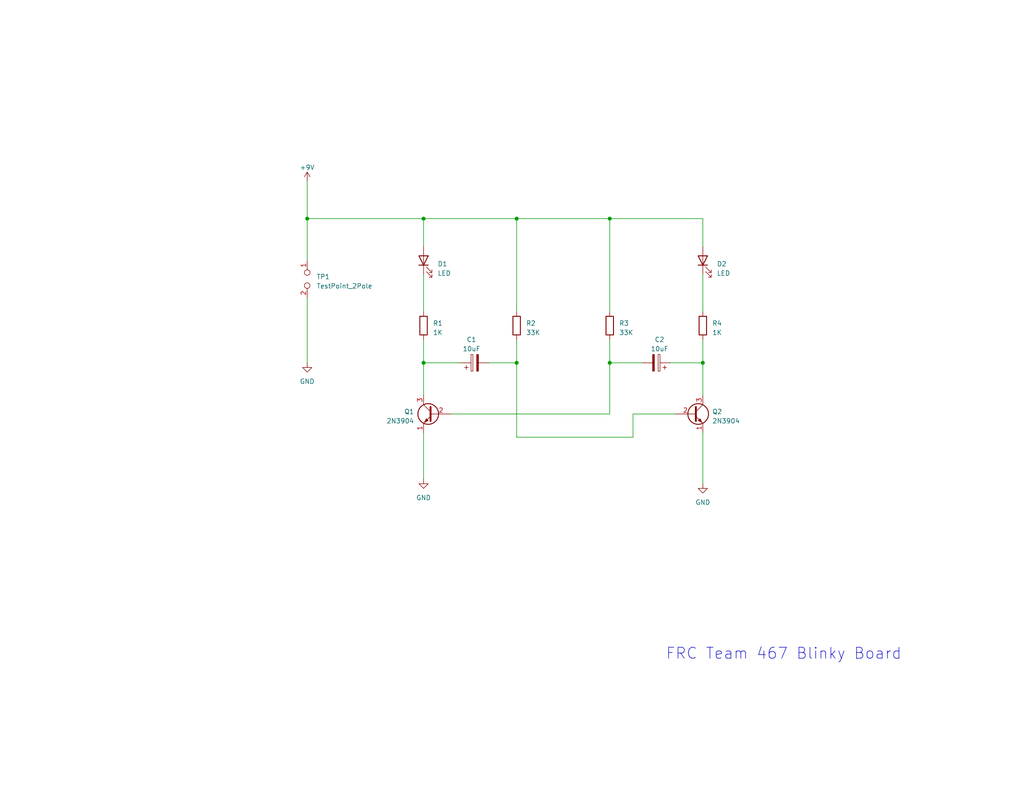
<source format=kicad_sch>
(kicad_sch (version 20230121) (generator eeschema)

  (uuid 4b5b4b1e-05ef-48b5-b607-411da07aa797)

  (paper "A")

  (title_block
    (title "467 Blinky Board")
    (date "2023-06-07")
    (rev "A1")
    (company "FRC Team 467")
  )

  (lib_symbols
    (symbol "Connector:TestPoint_2Pole" (pin_names (offset 0.762) hide) (in_bom yes) (on_board yes)
      (property "Reference" "TP" (at 0 1.524 0)
        (effects (font (size 1.27 1.27)))
      )
      (property "Value" "TestPoint_2Pole" (at 0 -1.778 0)
        (effects (font (size 1.27 1.27)))
      )
      (property "Footprint" "" (at 0 0 0)
        (effects (font (size 1.27 1.27)) hide)
      )
      (property "Datasheet" "~" (at 0 0 0)
        (effects (font (size 1.27 1.27)) hide)
      )
      (property "ki_keywords" "point tp" (at 0 0 0)
        (effects (font (size 1.27 1.27)) hide)
      )
      (property "ki_description" "2-polar test point" (at 0 0 0)
        (effects (font (size 1.27 1.27)) hide)
      )
      (property "ki_fp_filters" "Pin* Test*" (at 0 0 0)
        (effects (font (size 1.27 1.27)) hide)
      )
      (symbol "TestPoint_2Pole_0_1"
        (circle (center -1.778 0) (radius 0.762)
          (stroke (width 0) (type default))
          (fill (type none))
        )
        (circle (center 1.778 0) (radius 0.762)
          (stroke (width 0) (type default))
          (fill (type none))
        )
        (pin passive line (at -5.08 0 0) (length 2.54)
          (name "1" (effects (font (size 1.27 1.27))))
          (number "1" (effects (font (size 1.27 1.27))))
        )
        (pin passive line (at 5.08 0 180) (length 2.54)
          (name "2" (effects (font (size 1.27 1.27))))
          (number "2" (effects (font (size 1.27 1.27))))
        )
      )
    )
    (symbol "Device:C_Polarized" (pin_numbers hide) (pin_names (offset 0.254)) (in_bom yes) (on_board yes)
      (property "Reference" "C" (at 0.635 2.54 0)
        (effects (font (size 1.27 1.27)) (justify left))
      )
      (property "Value" "C_Polarized" (at 0.635 -2.54 0)
        (effects (font (size 1.27 1.27)) (justify left))
      )
      (property "Footprint" "" (at 0.9652 -3.81 0)
        (effects (font (size 1.27 1.27)) hide)
      )
      (property "Datasheet" "~" (at 0 0 0)
        (effects (font (size 1.27 1.27)) hide)
      )
      (property "ki_keywords" "cap capacitor" (at 0 0 0)
        (effects (font (size 1.27 1.27)) hide)
      )
      (property "ki_description" "Polarized capacitor" (at 0 0 0)
        (effects (font (size 1.27 1.27)) hide)
      )
      (property "ki_fp_filters" "CP_*" (at 0 0 0)
        (effects (font (size 1.27 1.27)) hide)
      )
      (symbol "C_Polarized_0_1"
        (rectangle (start -2.286 0.508) (end 2.286 1.016)
          (stroke (width 0) (type default))
          (fill (type none))
        )
        (polyline
          (pts
            (xy -1.778 2.286)
            (xy -0.762 2.286)
          )
          (stroke (width 0) (type default))
          (fill (type none))
        )
        (polyline
          (pts
            (xy -1.27 2.794)
            (xy -1.27 1.778)
          )
          (stroke (width 0) (type default))
          (fill (type none))
        )
        (rectangle (start 2.286 -0.508) (end -2.286 -1.016)
          (stroke (width 0) (type default))
          (fill (type outline))
        )
      )
      (symbol "C_Polarized_1_1"
        (pin passive line (at 0 3.81 270) (length 2.794)
          (name "~" (effects (font (size 1.27 1.27))))
          (number "1" (effects (font (size 1.27 1.27))))
        )
        (pin passive line (at 0 -3.81 90) (length 2.794)
          (name "~" (effects (font (size 1.27 1.27))))
          (number "2" (effects (font (size 1.27 1.27))))
        )
      )
    )
    (symbol "Device:LED" (pin_numbers hide) (pin_names (offset 1.016) hide) (in_bom yes) (on_board yes)
      (property "Reference" "D" (at 0 2.54 0)
        (effects (font (size 1.27 1.27)))
      )
      (property "Value" "LED" (at 0 -2.54 0)
        (effects (font (size 1.27 1.27)))
      )
      (property "Footprint" "" (at 0 0 0)
        (effects (font (size 1.27 1.27)) hide)
      )
      (property "Datasheet" "~" (at 0 0 0)
        (effects (font (size 1.27 1.27)) hide)
      )
      (property "ki_keywords" "LED diode" (at 0 0 0)
        (effects (font (size 1.27 1.27)) hide)
      )
      (property "ki_description" "Light emitting diode" (at 0 0 0)
        (effects (font (size 1.27 1.27)) hide)
      )
      (property "ki_fp_filters" "LED* LED_SMD:* LED_THT:*" (at 0 0 0)
        (effects (font (size 1.27 1.27)) hide)
      )
      (symbol "LED_0_1"
        (polyline
          (pts
            (xy -1.27 -1.27)
            (xy -1.27 1.27)
          )
          (stroke (width 0.254) (type default))
          (fill (type none))
        )
        (polyline
          (pts
            (xy -1.27 0)
            (xy 1.27 0)
          )
          (stroke (width 0) (type default))
          (fill (type none))
        )
        (polyline
          (pts
            (xy 1.27 -1.27)
            (xy 1.27 1.27)
            (xy -1.27 0)
            (xy 1.27 -1.27)
          )
          (stroke (width 0.254) (type default))
          (fill (type none))
        )
        (polyline
          (pts
            (xy -3.048 -0.762)
            (xy -4.572 -2.286)
            (xy -3.81 -2.286)
            (xy -4.572 -2.286)
            (xy -4.572 -1.524)
          )
          (stroke (width 0) (type default))
          (fill (type none))
        )
        (polyline
          (pts
            (xy -1.778 -0.762)
            (xy -3.302 -2.286)
            (xy -2.54 -2.286)
            (xy -3.302 -2.286)
            (xy -3.302 -1.524)
          )
          (stroke (width 0) (type default))
          (fill (type none))
        )
      )
      (symbol "LED_1_1"
        (pin passive line (at -3.81 0 0) (length 2.54)
          (name "K" (effects (font (size 1.27 1.27))))
          (number "1" (effects (font (size 1.27 1.27))))
        )
        (pin passive line (at 3.81 0 180) (length 2.54)
          (name "A" (effects (font (size 1.27 1.27))))
          (number "2" (effects (font (size 1.27 1.27))))
        )
      )
    )
    (symbol "Device:R" (pin_numbers hide) (pin_names (offset 0)) (in_bom yes) (on_board yes)
      (property "Reference" "R" (at 2.032 0 90)
        (effects (font (size 1.27 1.27)))
      )
      (property "Value" "R" (at 0 0 90)
        (effects (font (size 1.27 1.27)))
      )
      (property "Footprint" "" (at -1.778 0 90)
        (effects (font (size 1.27 1.27)) hide)
      )
      (property "Datasheet" "~" (at 0 0 0)
        (effects (font (size 1.27 1.27)) hide)
      )
      (property "ki_keywords" "R res resistor" (at 0 0 0)
        (effects (font (size 1.27 1.27)) hide)
      )
      (property "ki_description" "Resistor" (at 0 0 0)
        (effects (font (size 1.27 1.27)) hide)
      )
      (property "ki_fp_filters" "R_*" (at 0 0 0)
        (effects (font (size 1.27 1.27)) hide)
      )
      (symbol "R_0_1"
        (rectangle (start -1.016 -2.54) (end 1.016 2.54)
          (stroke (width 0.254) (type default))
          (fill (type none))
        )
      )
      (symbol "R_1_1"
        (pin passive line (at 0 3.81 270) (length 1.27)
          (name "~" (effects (font (size 1.27 1.27))))
          (number "1" (effects (font (size 1.27 1.27))))
        )
        (pin passive line (at 0 -3.81 90) (length 1.27)
          (name "~" (effects (font (size 1.27 1.27))))
          (number "2" (effects (font (size 1.27 1.27))))
        )
      )
    )
    (symbol "Transistor_BJT:2N3904" (pin_names (offset 0) hide) (in_bom yes) (on_board yes)
      (property "Reference" "Q" (at 5.08 1.905 0)
        (effects (font (size 1.27 1.27)) (justify left))
      )
      (property "Value" "2N3904" (at 5.08 0 0)
        (effects (font (size 1.27 1.27)) (justify left))
      )
      (property "Footprint" "Package_TO_SOT_THT:TO-92_Inline" (at 5.08 -1.905 0)
        (effects (font (size 1.27 1.27) italic) (justify left) hide)
      )
      (property "Datasheet" "https://www.onsemi.com/pub/Collateral/2N3903-D.PDF" (at 0 0 0)
        (effects (font (size 1.27 1.27)) (justify left) hide)
      )
      (property "ki_keywords" "NPN Transistor" (at 0 0 0)
        (effects (font (size 1.27 1.27)) hide)
      )
      (property "ki_description" "0.2A Ic, 40V Vce, Small Signal NPN Transistor, TO-92" (at 0 0 0)
        (effects (font (size 1.27 1.27)) hide)
      )
      (property "ki_fp_filters" "TO?92*" (at 0 0 0)
        (effects (font (size 1.27 1.27)) hide)
      )
      (symbol "2N3904_0_1"
        (polyline
          (pts
            (xy 0.635 0.635)
            (xy 2.54 2.54)
          )
          (stroke (width 0) (type default))
          (fill (type none))
        )
        (polyline
          (pts
            (xy 0.635 -0.635)
            (xy 2.54 -2.54)
            (xy 2.54 -2.54)
          )
          (stroke (width 0) (type default))
          (fill (type none))
        )
        (polyline
          (pts
            (xy 0.635 1.905)
            (xy 0.635 -1.905)
            (xy 0.635 -1.905)
          )
          (stroke (width 0.508) (type default))
          (fill (type none))
        )
        (polyline
          (pts
            (xy 1.27 -1.778)
            (xy 1.778 -1.27)
            (xy 2.286 -2.286)
            (xy 1.27 -1.778)
            (xy 1.27 -1.778)
          )
          (stroke (width 0) (type default))
          (fill (type outline))
        )
        (circle (center 1.27 0) (radius 2.8194)
          (stroke (width 0.254) (type default))
          (fill (type none))
        )
      )
      (symbol "2N3904_1_1"
        (pin passive line (at 2.54 -5.08 90) (length 2.54)
          (name "E" (effects (font (size 1.27 1.27))))
          (number "1" (effects (font (size 1.27 1.27))))
        )
        (pin passive line (at -5.08 0 0) (length 5.715)
          (name "B" (effects (font (size 1.27 1.27))))
          (number "2" (effects (font (size 1.27 1.27))))
        )
        (pin passive line (at 2.54 5.08 270) (length 2.54)
          (name "C" (effects (font (size 1.27 1.27))))
          (number "3" (effects (font (size 1.27 1.27))))
        )
      )
    )
    (symbol "power:+9V" (power) (pin_names (offset 0)) (in_bom yes) (on_board yes)
      (property "Reference" "#PWR" (at 0 -3.81 0)
        (effects (font (size 1.27 1.27)) hide)
      )
      (property "Value" "+9V" (at 0 3.556 0)
        (effects (font (size 1.27 1.27)))
      )
      (property "Footprint" "" (at 0 0 0)
        (effects (font (size 1.27 1.27)) hide)
      )
      (property "Datasheet" "" (at 0 0 0)
        (effects (font (size 1.27 1.27)) hide)
      )
      (property "ki_keywords" "global power" (at 0 0 0)
        (effects (font (size 1.27 1.27)) hide)
      )
      (property "ki_description" "Power symbol creates a global label with name \"+9V\"" (at 0 0 0)
        (effects (font (size 1.27 1.27)) hide)
      )
      (symbol "+9V_0_1"
        (polyline
          (pts
            (xy -0.762 1.27)
            (xy 0 2.54)
          )
          (stroke (width 0) (type default))
          (fill (type none))
        )
        (polyline
          (pts
            (xy 0 0)
            (xy 0 2.54)
          )
          (stroke (width 0) (type default))
          (fill (type none))
        )
        (polyline
          (pts
            (xy 0 2.54)
            (xy 0.762 1.27)
          )
          (stroke (width 0) (type default))
          (fill (type none))
        )
      )
      (symbol "+9V_1_1"
        (pin power_in line (at 0 0 90) (length 0) hide
          (name "+9V" (effects (font (size 1.27 1.27))))
          (number "1" (effects (font (size 1.27 1.27))))
        )
      )
    )
    (symbol "power:GND" (power) (pin_names (offset 0)) (in_bom yes) (on_board yes)
      (property "Reference" "#PWR" (at 0 -6.35 0)
        (effects (font (size 1.27 1.27)) hide)
      )
      (property "Value" "GND" (at 0 -3.81 0)
        (effects (font (size 1.27 1.27)))
      )
      (property "Footprint" "" (at 0 0 0)
        (effects (font (size 1.27 1.27)) hide)
      )
      (property "Datasheet" "" (at 0 0 0)
        (effects (font (size 1.27 1.27)) hide)
      )
      (property "ki_keywords" "global power" (at 0 0 0)
        (effects (font (size 1.27 1.27)) hide)
      )
      (property "ki_description" "Power symbol creates a global label with name \"GND\" , ground" (at 0 0 0)
        (effects (font (size 1.27 1.27)) hide)
      )
      (symbol "GND_0_1"
        (polyline
          (pts
            (xy 0 0)
            (xy 0 -1.27)
            (xy 1.27 -1.27)
            (xy 0 -2.54)
            (xy -1.27 -1.27)
            (xy 0 -1.27)
          )
          (stroke (width 0) (type default))
          (fill (type none))
        )
      )
      (symbol "GND_1_1"
        (pin power_in line (at 0 0 270) (length 0) hide
          (name "GND" (effects (font (size 1.27 1.27))))
          (number "1" (effects (font (size 1.27 1.27))))
        )
      )
    )
  )

  (junction (at 83.82 59.69) (diameter 0) (color 0 0 0 0)
    (uuid 17b17587-a32b-4266-8deb-4d110a1acf9d)
  )
  (junction (at 115.57 59.69) (diameter 0) (color 0 0 0 0)
    (uuid 6bb5fa66-6235-4f6a-9431-c7608d02195c)
  )
  (junction (at 140.97 59.69) (diameter 0) (color 0 0 0 0)
    (uuid 9743ce92-44f1-4403-afaf-e76cf515b508)
  )
  (junction (at 115.57 99.06) (diameter 0) (color 0 0 0 0)
    (uuid a0cdc62d-e511-4d65-8cea-5f7df1ab1ed8)
  )
  (junction (at 140.97 99.06) (diameter 0) (color 0 0 0 0)
    (uuid b6ed0b74-a869-4e8f-a278-408bec8276a1)
  )
  (junction (at 191.77 99.06) (diameter 0) (color 0 0 0 0)
    (uuid b7e0d737-f2ed-4983-a7c8-dcffb1f52a53)
  )
  (junction (at 166.37 99.06) (diameter 0) (color 0 0 0 0)
    (uuid c89dfc8c-b69b-4f51-b852-962f17aa3cfc)
  )
  (junction (at 166.37 59.69) (diameter 0) (color 0 0 0 0)
    (uuid eee5d7ef-a099-487d-bf94-86dbab08bc56)
  )

  (wire (pts (xy 115.57 118.11) (xy 115.57 130.81))
    (stroke (width 0) (type default))
    (uuid 042e7bd4-dbff-4fd9-b52b-10b3321743e0)
  )
  (wire (pts (xy 191.77 118.11) (xy 191.77 132.08))
    (stroke (width 0) (type default))
    (uuid 0c05dd20-e2a8-4f13-8a25-740601f544e4)
  )
  (wire (pts (xy 166.37 113.03) (xy 166.37 99.06))
    (stroke (width 0) (type default))
    (uuid 0dcc7c1e-4bac-43e1-a196-1441400c3e5e)
  )
  (wire (pts (xy 172.72 119.38) (xy 140.97 119.38))
    (stroke (width 0) (type default))
    (uuid 0fd3260b-34c0-4af0-b1ad-64b98950637e)
  )
  (wire (pts (xy 140.97 92.71) (xy 140.97 99.06))
    (stroke (width 0) (type default))
    (uuid 1d0aace8-798d-41b4-9262-10006632bdc0)
  )
  (wire (pts (xy 166.37 85.09) (xy 166.37 59.69))
    (stroke (width 0) (type default))
    (uuid 1ecbf9d6-aee4-4894-9afb-019a3826db86)
  )
  (wire (pts (xy 166.37 59.69) (xy 140.97 59.69))
    (stroke (width 0) (type default))
    (uuid 227ed2d3-6bc2-498c-bbd0-c85300f0ecc8)
  )
  (wire (pts (xy 140.97 99.06) (xy 133.35 99.06))
    (stroke (width 0) (type default))
    (uuid 2407d835-feda-4065-b738-385d66e9c1a6)
  )
  (wire (pts (xy 191.77 67.31) (xy 191.77 59.69))
    (stroke (width 0) (type default))
    (uuid 2efa20f0-bc70-479b-a88e-c6c2b6af57eb)
  )
  (wire (pts (xy 166.37 99.06) (xy 175.26 99.06))
    (stroke (width 0) (type default))
    (uuid 405094dc-b7f8-460b-98b0-97e0f3394ba6)
  )
  (wire (pts (xy 83.82 59.69) (xy 83.82 71.12))
    (stroke (width 0) (type default))
    (uuid 42e3634b-140e-4594-b70e-a25fd7feed05)
  )
  (wire (pts (xy 83.82 59.69) (xy 115.57 59.69))
    (stroke (width 0) (type default))
    (uuid 4d1fa0a4-26d5-4ced-b55b-46ac43540bed)
  )
  (wire (pts (xy 182.88 99.06) (xy 191.77 99.06))
    (stroke (width 0) (type default))
    (uuid 567befd4-4fa8-4fd7-8696-1292621a6823)
  )
  (wire (pts (xy 140.97 59.69) (xy 140.97 85.09))
    (stroke (width 0) (type default))
    (uuid 5f56b778-8e6c-4117-af4e-4fb925b53260)
  )
  (wire (pts (xy 172.72 113.03) (xy 172.72 119.38))
    (stroke (width 0) (type default))
    (uuid 5f7f8a8f-6fc6-466d-b2c4-3c3861ced470)
  )
  (wire (pts (xy 115.57 99.06) (xy 125.73 99.06))
    (stroke (width 0) (type default))
    (uuid 6479768d-73de-4d63-9cf2-8c26d67d91b1)
  )
  (wire (pts (xy 115.57 67.31) (xy 115.57 59.69))
    (stroke (width 0) (type default))
    (uuid 750ba949-ef06-429b-af45-85055c7059b6)
  )
  (wire (pts (xy 115.57 92.71) (xy 115.57 99.06))
    (stroke (width 0) (type default))
    (uuid 819192f0-7c5a-48cf-bacb-125d2f598dc8)
  )
  (wire (pts (xy 184.15 113.03) (xy 172.72 113.03))
    (stroke (width 0) (type default))
    (uuid 866beefc-2b73-421f-81ff-58909689db38)
  )
  (wire (pts (xy 166.37 92.71) (xy 166.37 99.06))
    (stroke (width 0) (type default))
    (uuid 9f7eb86e-e20a-4314-b1bc-a1f7c35db3d8)
  )
  (wire (pts (xy 191.77 99.06) (xy 191.77 92.71))
    (stroke (width 0) (type default))
    (uuid a27872c5-2192-4965-93f5-dfd758fcaecb)
  )
  (wire (pts (xy 115.57 59.69) (xy 140.97 59.69))
    (stroke (width 0) (type default))
    (uuid acabd6e1-7ac5-4901-b24d-c9905fd9ca5d)
  )
  (wire (pts (xy 115.57 74.93) (xy 115.57 85.09))
    (stroke (width 0) (type default))
    (uuid af587703-71df-4d44-99bf-669088fb3c83)
  )
  (wire (pts (xy 191.77 59.69) (xy 166.37 59.69))
    (stroke (width 0) (type default))
    (uuid bd6cd299-c4d4-4d8c-8f80-fa4dd254c2ef)
  )
  (wire (pts (xy 115.57 99.06) (xy 115.57 107.95))
    (stroke (width 0) (type default))
    (uuid c08c1a9a-2482-46cf-a917-89ea8144813e)
  )
  (wire (pts (xy 140.97 119.38) (xy 140.97 99.06))
    (stroke (width 0) (type default))
    (uuid e00a8b92-31f1-405d-8e0a-9026cf2d92d9)
  )
  (wire (pts (xy 191.77 99.06) (xy 191.77 107.95))
    (stroke (width 0) (type default))
    (uuid ea1ccac6-7b95-4a8c-9f6b-0b8d58900976)
  )
  (wire (pts (xy 83.82 81.28) (xy 83.82 99.06))
    (stroke (width 0) (type default))
    (uuid eddca32d-4e3d-46bd-8e90-a6e25afb8a4e)
  )
  (wire (pts (xy 191.77 74.93) (xy 191.77 85.09))
    (stroke (width 0) (type default))
    (uuid f1db3a79-8f2d-4635-aa69-ba8d799c7918)
  )
  (wire (pts (xy 123.19 113.03) (xy 166.37 113.03))
    (stroke (width 0) (type default))
    (uuid ff2123a4-e530-40a2-a382-bd8326a10f71)
  )
  (wire (pts (xy 83.82 49.53) (xy 83.82 59.69))
    (stroke (width 0) (type default))
    (uuid ff70fb36-695d-4479-9df8-009b1b35d05d)
  )

  (text "FRC Team 467 Blinky Board" (at 181.61 180.34 0)
    (effects (font (size 3 3)) (justify left bottom))
    (uuid 653b8ce7-e704-4929-95f6-b13475a4a509)
  )

  (symbol (lib_id "Connector:TestPoint_2Pole") (at 83.82 76.2 270) (unit 1)
    (in_bom yes) (on_board yes) (dnp no) (fields_autoplaced)
    (uuid 0b9cfb96-824d-4730-9f8c-1fa8027c3b0f)
    (property "Reference" "TP1" (at 86.36 75.565 90)
      (effects (font (size 1.27 1.27)) (justify left))
    )
    (property "Value" "TestPoint_2Pole" (at 86.36 78.105 90)
      (effects (font (size 1.27 1.27)) (justify left))
    )
    (property "Footprint" "TestPoint:TestPoint_2Pads_Pitch5.08mm_Drill1.3mm" (at 83.82 76.2 0)
      (effects (font (size 1.27 1.27)) hide)
    )
    (property "Datasheet" "~" (at 83.82 76.2 0)
      (effects (font (size 1.27 1.27)) hide)
    )
    (pin "1" (uuid 95eb2dd9-255b-472d-8fb1-fe04faef002d))
    (pin "2" (uuid 8fd6068d-8962-4d36-8f75-0696c54bdf72))
    (instances
      (project "blinky"
        (path "/4b5b4b1e-05ef-48b5-b607-411da07aa797"
          (reference "TP1") (unit 1)
        )
      )
    )
  )

  (symbol (lib_id "Device:C_Polarized") (at 129.54 99.06 90) (unit 1)
    (in_bom yes) (on_board yes) (dnp no) (fields_autoplaced)
    (uuid 0caa9e45-39ad-4f68-be02-29c4a3fbb890)
    (property "Reference" "C1" (at 128.651 92.71 90)
      (effects (font (size 1.27 1.27)))
    )
    (property "Value" "10uF" (at 128.651 95.25 90)
      (effects (font (size 1.27 1.27)))
    )
    (property "Footprint" "Capacitor_THT:CP_Radial_D5.0mm_P2.50mm" (at 133.35 98.0948 0)
      (effects (font (size 1.27 1.27)) hide)
    )
    (property "Datasheet" "~" (at 129.54 99.06 0)
      (effects (font (size 1.27 1.27)) hide)
    )
    (pin "1" (uuid a309fa17-f4ea-4a4f-81a4-b063b16eed20))
    (pin "2" (uuid 5112529e-4c7c-4287-a9d3-f7a464582e24))
    (instances
      (project "blinky"
        (path "/4b5b4b1e-05ef-48b5-b607-411da07aa797"
          (reference "C1") (unit 1)
        )
      )
    )
  )

  (symbol (lib_id "Device:C_Polarized") (at 179.07 99.06 270) (mirror x) (unit 1)
    (in_bom yes) (on_board yes) (dnp no)
    (uuid 162ce0e6-b557-4f1d-8255-cf0b138624c4)
    (property "Reference" "C2" (at 179.959 92.71 90)
      (effects (font (size 1.27 1.27)))
    )
    (property "Value" "10uF" (at 179.959 95.25 90)
      (effects (font (size 1.27 1.27)))
    )
    (property "Footprint" "Capacitor_THT:CP_Radial_D5.0mm_P2.50mm" (at 175.26 98.0948 0)
      (effects (font (size 1.27 1.27)) hide)
    )
    (property "Datasheet" "~" (at 179.07 99.06 0)
      (effects (font (size 1.27 1.27)) hide)
    )
    (pin "1" (uuid 18c1f71d-f09d-429a-a9f6-32d418e25307))
    (pin "2" (uuid 868f9787-b0a9-496b-af6a-af1f7663ea6e))
    (instances
      (project "blinky"
        (path "/4b5b4b1e-05ef-48b5-b607-411da07aa797"
          (reference "C2") (unit 1)
        )
      )
    )
  )

  (symbol (lib_id "Device:R") (at 166.37 88.9 0) (unit 1)
    (in_bom yes) (on_board yes) (dnp no) (fields_autoplaced)
    (uuid 272fd551-06c9-4690-8ed4-e95d855825dd)
    (property "Reference" "R3" (at 168.91 88.265 0)
      (effects (font (size 1.27 1.27)) (justify left))
    )
    (property "Value" "33K" (at 168.91 90.805 0)
      (effects (font (size 1.27 1.27)) (justify left))
    )
    (property "Footprint" "Resistor_THT:R_Axial_DIN0309_L9.0mm_D3.2mm_P12.70mm_Horizontal" (at 164.592 88.9 90)
      (effects (font (size 1.27 1.27)) hide)
    )
    (property "Datasheet" "~" (at 166.37 88.9 0)
      (effects (font (size 1.27 1.27)) hide)
    )
    (pin "1" (uuid df9b2ad8-2485-49fc-9d85-dc4bef2edbd9))
    (pin "2" (uuid 88c3b65a-18c2-47b5-b1e8-9ebea2278bb0))
    (instances
      (project "blinky"
        (path "/4b5b4b1e-05ef-48b5-b607-411da07aa797"
          (reference "R3") (unit 1)
        )
      )
    )
  )

  (symbol (lib_id "power:+9V") (at 83.82 49.53 0) (unit 1)
    (in_bom yes) (on_board yes) (dnp no) (fields_autoplaced)
    (uuid 525c6c85-ef7a-4f46-910b-3b070cbf3479)
    (property "Reference" "#PWR03" (at 83.82 53.34 0)
      (effects (font (size 1.27 1.27)) hide)
    )
    (property "Value" "+9V" (at 83.82 45.72 0)
      (effects (font (size 1.27 1.27)))
    )
    (property "Footprint" "" (at 83.82 49.53 0)
      (effects (font (size 1.27 1.27)) hide)
    )
    (property "Datasheet" "" (at 83.82 49.53 0)
      (effects (font (size 1.27 1.27)) hide)
    )
    (pin "1" (uuid e73a4774-d470-4940-a1f0-1e4caaf895f7))
    (instances
      (project "blinky"
        (path "/4b5b4b1e-05ef-48b5-b607-411da07aa797"
          (reference "#PWR03") (unit 1)
        )
      )
    )
  )

  (symbol (lib_id "Device:R") (at 191.77 88.9 0) (unit 1)
    (in_bom yes) (on_board yes) (dnp no) (fields_autoplaced)
    (uuid 7faaafcd-9dae-4084-9ce2-feee50dcd1b9)
    (property "Reference" "R4" (at 194.31 88.265 0)
      (effects (font (size 1.27 1.27)) (justify left))
    )
    (property "Value" "1K" (at 194.31 90.805 0)
      (effects (font (size 1.27 1.27)) (justify left))
    )
    (property "Footprint" "Resistor_THT:R_Axial_DIN0309_L9.0mm_D3.2mm_P12.70mm_Horizontal" (at 189.992 88.9 90)
      (effects (font (size 1.27 1.27)) hide)
    )
    (property "Datasheet" "~" (at 191.77 88.9 0)
      (effects (font (size 1.27 1.27)) hide)
    )
    (pin "1" (uuid 0c403354-dddc-4a03-a6f8-f489971aaa66))
    (pin "2" (uuid 64cde6f7-00db-471b-adb6-2a81a0923ceb))
    (instances
      (project "blinky"
        (path "/4b5b4b1e-05ef-48b5-b607-411da07aa797"
          (reference "R4") (unit 1)
        )
      )
    )
  )

  (symbol (lib_id "power:GND") (at 83.82 99.06 0) (unit 1)
    (in_bom yes) (on_board yes) (dnp no) (fields_autoplaced)
    (uuid 888b1a04-1ebe-4470-9dff-652b1bbe21f1)
    (property "Reference" "#PWR04" (at 83.82 105.41 0)
      (effects (font (size 1.27 1.27)) hide)
    )
    (property "Value" "GND" (at 83.82 104.14 0)
      (effects (font (size 1.27 1.27)))
    )
    (property "Footprint" "" (at 83.82 99.06 0)
      (effects (font (size 1.27 1.27)) hide)
    )
    (property "Datasheet" "" (at 83.82 99.06 0)
      (effects (font (size 1.27 1.27)) hide)
    )
    (pin "1" (uuid 80720348-c15c-466b-a9cd-56ab6a85163e))
    (instances
      (project "blinky"
        (path "/4b5b4b1e-05ef-48b5-b607-411da07aa797"
          (reference "#PWR04") (unit 1)
        )
      )
    )
  )

  (symbol (lib_id "Device:R") (at 140.97 88.9 0) (unit 1)
    (in_bom yes) (on_board yes) (dnp no) (fields_autoplaced)
    (uuid 8e642ad6-8804-4519-939e-eead293cfbf9)
    (property "Reference" "R2" (at 143.51 88.265 0)
      (effects (font (size 1.27 1.27)) (justify left))
    )
    (property "Value" "33K" (at 143.51 90.805 0)
      (effects (font (size 1.27 1.27)) (justify left))
    )
    (property "Footprint" "Resistor_THT:R_Axial_DIN0309_L9.0mm_D3.2mm_P12.70mm_Horizontal" (at 139.192 88.9 90)
      (effects (font (size 1.27 1.27)) hide)
    )
    (property "Datasheet" "~" (at 140.97 88.9 0)
      (effects (font (size 1.27 1.27)) hide)
    )
    (pin "1" (uuid 38b3c6d7-7aa5-4dea-bbb4-925141444378))
    (pin "2" (uuid 7c9854af-12cb-45ae-9cdd-80abf6ef6b55))
    (instances
      (project "blinky"
        (path "/4b5b4b1e-05ef-48b5-b607-411da07aa797"
          (reference "R2") (unit 1)
        )
      )
    )
  )

  (symbol (lib_id "power:GND") (at 115.57 130.81 0) (unit 1)
    (in_bom yes) (on_board yes) (dnp no) (fields_autoplaced)
    (uuid 9ad1c282-17cd-4192-9c1c-537eec05e341)
    (property "Reference" "#PWR01" (at 115.57 137.16 0)
      (effects (font (size 1.27 1.27)) hide)
    )
    (property "Value" "GND" (at 115.57 135.89 0)
      (effects (font (size 1.27 1.27)))
    )
    (property "Footprint" "" (at 115.57 130.81 0)
      (effects (font (size 1.27 1.27)) hide)
    )
    (property "Datasheet" "" (at 115.57 130.81 0)
      (effects (font (size 1.27 1.27)) hide)
    )
    (pin "1" (uuid 6c2a6a61-b499-4ec5-a6e9-b5769f99de78))
    (instances
      (project "blinky"
        (path "/4b5b4b1e-05ef-48b5-b607-411da07aa797"
          (reference "#PWR01") (unit 1)
        )
      )
    )
  )

  (symbol (lib_id "Transistor_BJT:2N3904") (at 118.11 113.03 0) (mirror y) (unit 1)
    (in_bom yes) (on_board yes) (dnp no)
    (uuid c64cfec0-9c08-4819-a907-5c4dc05f277d)
    (property "Reference" "Q1" (at 113.03 112.395 0)
      (effects (font (size 1.27 1.27)) (justify left))
    )
    (property "Value" "2N3904" (at 113.03 114.935 0)
      (effects (font (size 1.27 1.27)) (justify left))
    )
    (property "Footprint" "Package_TO_SOT_THT:TO-92_Inline" (at 113.03 114.935 0)
      (effects (font (size 1.27 1.27) italic) (justify left) hide)
    )
    (property "Datasheet" "https://www.onsemi.com/pub/Collateral/2N3903-D.PDF" (at 118.11 113.03 0)
      (effects (font (size 1.27 1.27)) (justify left) hide)
    )
    (pin "1" (uuid f61a4ed5-1723-430f-bdaf-04ca721c8b7f))
    (pin "2" (uuid f489b786-c6b5-4843-b886-6a1701dc028f))
    (pin "3" (uuid 58116e82-37ee-4b0d-ba71-3081309ea42f))
    (instances
      (project "blinky"
        (path "/4b5b4b1e-05ef-48b5-b607-411da07aa797"
          (reference "Q1") (unit 1)
        )
      )
    )
  )

  (symbol (lib_id "Transistor_BJT:2N3904") (at 189.23 113.03 0) (unit 1)
    (in_bom yes) (on_board yes) (dnp no) (fields_autoplaced)
    (uuid dab56335-8278-48a6-a5e2-e4fab2c6c55c)
    (property "Reference" "Q2" (at 194.31 112.395 0)
      (effects (font (size 1.27 1.27)) (justify left))
    )
    (property "Value" "2N3904" (at 194.31 114.935 0)
      (effects (font (size 1.27 1.27)) (justify left))
    )
    (property "Footprint" "Package_TO_SOT_THT:TO-92_Inline" (at 194.31 114.935 0)
      (effects (font (size 1.27 1.27) italic) (justify left) hide)
    )
    (property "Datasheet" "https://www.onsemi.com/pub/Collateral/2N3903-D.PDF" (at 189.23 113.03 0)
      (effects (font (size 1.27 1.27)) (justify left) hide)
    )
    (pin "1" (uuid e1167e8e-4dab-4dc6-9a30-e0142a189cf8))
    (pin "2" (uuid 0ca74e38-3659-4400-8fa0-b8b9e7016a9c))
    (pin "3" (uuid 5e6d7a6e-df03-4ce1-a20a-d01be40394ba))
    (instances
      (project "blinky"
        (path "/4b5b4b1e-05ef-48b5-b607-411da07aa797"
          (reference "Q2") (unit 1)
        )
      )
    )
  )

  (symbol (lib_id "Device:LED") (at 191.77 71.12 90) (unit 1)
    (in_bom yes) (on_board yes) (dnp no) (fields_autoplaced)
    (uuid e15034dc-b4a3-4f87-aede-cec3e96a2831)
    (property "Reference" "D2" (at 195.58 72.0725 90)
      (effects (font (size 1.27 1.27)) (justify right))
    )
    (property "Value" "LED" (at 195.58 74.6125 90)
      (effects (font (size 1.27 1.27)) (justify right))
    )
    (property "Footprint" "Diode_THT:D_DO-15_P3.81mm_Vertical_AnodeUp" (at 191.77 71.12 0)
      (effects (font (size 1.27 1.27)) hide)
    )
    (property "Datasheet" "~" (at 191.77 71.12 0)
      (effects (font (size 1.27 1.27)) hide)
    )
    (pin "1" (uuid 6f6bfade-9450-417f-a8ab-5cf6fdb4490c))
    (pin "2" (uuid af148977-15c6-4b54-95cc-092c499e57fd))
    (instances
      (project "blinky"
        (path "/4b5b4b1e-05ef-48b5-b607-411da07aa797"
          (reference "D2") (unit 1)
        )
      )
    )
  )

  (symbol (lib_id "Device:LED") (at 115.57 71.12 90) (unit 1)
    (in_bom yes) (on_board yes) (dnp no) (fields_autoplaced)
    (uuid edb09d12-82ca-4d8f-927b-624dc4b2cea9)
    (property "Reference" "D1" (at 119.38 72.0725 90)
      (effects (font (size 1.27 1.27)) (justify right))
    )
    (property "Value" "LED" (at 119.38 74.6125 90)
      (effects (font (size 1.27 1.27)) (justify right))
    )
    (property "Footprint" "Diode_THT:D_DO-15_P3.81mm_Vertical_AnodeUp" (at 115.57 71.12 0)
      (effects (font (size 1.27 1.27)) hide)
    )
    (property "Datasheet" "~" (at 115.57 71.12 0)
      (effects (font (size 1.27 1.27)) hide)
    )
    (pin "1" (uuid 6e333f5c-13a1-4173-82ad-2e01c37bfa46))
    (pin "2" (uuid dfe29c5d-7296-4dd8-aecd-6182ea823ad1))
    (instances
      (project "blinky"
        (path "/4b5b4b1e-05ef-48b5-b607-411da07aa797"
          (reference "D1") (unit 1)
        )
      )
    )
  )

  (symbol (lib_id "Device:R") (at 115.57 88.9 0) (unit 1)
    (in_bom yes) (on_board yes) (dnp no) (fields_autoplaced)
    (uuid f0472835-f7e9-41a1-84da-ee00a25f99c3)
    (property "Reference" "R1" (at 118.11 88.265 0)
      (effects (font (size 1.27 1.27)) (justify left))
    )
    (property "Value" "1K" (at 118.11 90.805 0)
      (effects (font (size 1.27 1.27)) (justify left))
    )
    (property "Footprint" "Resistor_THT:R_Axial_DIN0309_L9.0mm_D3.2mm_P12.70mm_Horizontal" (at 113.792 88.9 90)
      (effects (font (size 1.27 1.27)) hide)
    )
    (property "Datasheet" "~" (at 115.57 88.9 0)
      (effects (font (size 1.27 1.27)) hide)
    )
    (pin "1" (uuid 600473f0-3426-4376-b4b4-a4a7d2526dbb))
    (pin "2" (uuid b5db6c52-7a8f-4db5-a62b-16cc988afd85))
    (instances
      (project "blinky"
        (path "/4b5b4b1e-05ef-48b5-b607-411da07aa797"
          (reference "R1") (unit 1)
        )
      )
    )
  )

  (symbol (lib_id "power:GND") (at 191.77 132.08 0) (unit 1)
    (in_bom yes) (on_board yes) (dnp no) (fields_autoplaced)
    (uuid f8c63e49-caca-4f87-9c2d-5a2fff05a238)
    (property "Reference" "#PWR02" (at 191.77 138.43 0)
      (effects (font (size 1.27 1.27)) hide)
    )
    (property "Value" "GND" (at 191.77 137.16 0)
      (effects (font (size 1.27 1.27)))
    )
    (property "Footprint" "" (at 191.77 132.08 0)
      (effects (font (size 1.27 1.27)) hide)
    )
    (property "Datasheet" "" (at 191.77 132.08 0)
      (effects (font (size 1.27 1.27)) hide)
    )
    (pin "1" (uuid d0da059b-e89b-411b-bd1e-7e289c715aac))
    (instances
      (project "blinky"
        (path "/4b5b4b1e-05ef-48b5-b607-411da07aa797"
          (reference "#PWR02") (unit 1)
        )
      )
    )
  )

  (sheet_instances
    (path "/" (page "1"))
  )
)

</source>
